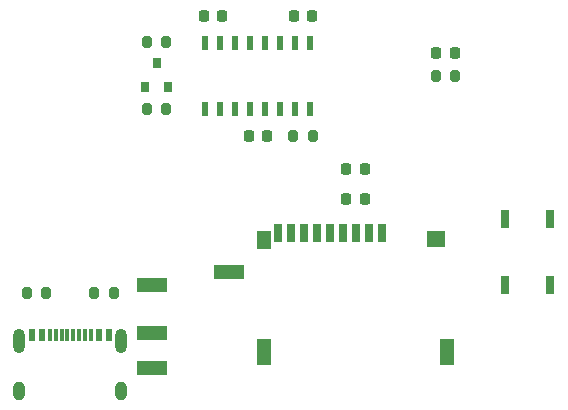
<source format=gtp>
%TF.GenerationSoftware,KiCad,Pcbnew,8.0.6*%
%TF.CreationDate,2024-11-21T20:47:18-07:00*%
%TF.ProjectId,SparkFun_Serial_MP3_Player_Shield_MY1690X,53706172-6b46-4756-9e5f-53657269616c,rev?*%
%TF.SameCoordinates,Original*%
%TF.FileFunction,Paste,Top*%
%TF.FilePolarity,Positive*%
%FSLAX46Y46*%
G04 Gerber Fmt 4.6, Leading zero omitted, Abs format (unit mm)*
G04 Created by KiCad (PCBNEW 8.0.6) date 2024-11-21 20:47:18*
%MOMM*%
%LPD*%
G01*
G04 APERTURE LIST*
G04 Aperture macros list*
%AMRoundRect*
0 Rectangle with rounded corners*
0 $1 Rounding radius*
0 $2 $3 $4 $5 $6 $7 $8 $9 X,Y pos of 4 corners*
0 Add a 4 corners polygon primitive as box body*
4,1,4,$2,$3,$4,$5,$6,$7,$8,$9,$2,$3,0*
0 Add four circle primitives for the rounded corners*
1,1,$1+$1,$2,$3*
1,1,$1+$1,$4,$5*
1,1,$1+$1,$6,$7*
1,1,$1+$1,$8,$9*
0 Add four rect primitives between the rounded corners*
20,1,$1+$1,$2,$3,$4,$5,0*
20,1,$1+$1,$4,$5,$6,$7,0*
20,1,$1+$1,$6,$7,$8,$9,0*
20,1,$1+$1,$8,$9,$2,$3,0*%
G04 Aperture macros list end*
%ADD10R,0.762000X1.524000*%
%ADD11RoundRect,0.225000X0.225000X0.250000X-0.225000X0.250000X-0.225000X-0.250000X0.225000X-0.250000X0*%
%ADD12RoundRect,0.200000X-0.200000X-0.275000X0.200000X-0.275000X0.200000X0.275000X-0.200000X0.275000X0*%
%ADD13R,0.600000X1.200000*%
%ADD14R,2.500000X1.200000*%
%ADD15RoundRect,0.200000X0.200000X0.275000X-0.200000X0.275000X-0.200000X-0.275000X0.200000X-0.275000X0*%
%ADD16R,0.800000X0.900000*%
%ADD17R,0.700000X1.600000*%
%ADD18R,1.200000X1.600000*%
%ADD19R,1.200000X2.200000*%
%ADD20R,1.600000X1.400000*%
%ADD21RoundRect,0.218750X-0.218750X-0.256250X0.218750X-0.256250X0.218750X0.256250X-0.218750X0.256250X0*%
%ADD22R,0.600000X1.000000*%
%ADD23O,1.000000X1.600000*%
%ADD24O,1.000000X2.100000*%
%ADD25R,0.300000X1.000000*%
%ADD26RoundRect,0.225000X-0.225000X-0.250000X0.225000X-0.250000X0.225000X0.250000X-0.225000X0.250000X0*%
G04 APERTURE END LIST*
D10*
%TO.C,SW1*%
X51435000Y15811500D03*
X51435000Y10223500D03*
X47625000Y15811500D03*
X47625000Y10223500D03*
%TD*%
D11*
%TO.C,C8*%
X27445000Y22860000D03*
X25895000Y22860000D03*
%TD*%
D12*
%TO.C,R1*%
X17272500Y25082500D03*
X18922500Y25082500D03*
%TD*%
D13*
%TO.C,U2*%
X22225000Y25140000D03*
X23495000Y25140000D03*
X24765000Y25140000D03*
X26035000Y25140000D03*
X27305000Y25140000D03*
X28575000Y25140000D03*
X29845000Y25140000D03*
X31115000Y25140000D03*
X31115000Y30740000D03*
X29845000Y30740000D03*
X28575000Y30740000D03*
X27305000Y30740000D03*
X26035000Y30740000D03*
X24765000Y30740000D03*
X23495000Y30740000D03*
X22225000Y30740000D03*
%TD*%
D11*
%TO.C,C7*%
X31255000Y33020000D03*
X29705000Y33020000D03*
%TD*%
D14*
%TO.C,J1*%
X17705000Y6180000D03*
X17705000Y3180000D03*
X24205000Y11280000D03*
X17705000Y10180000D03*
%TD*%
D15*
%TO.C,R2*%
X14477500Y9525000D03*
X12827500Y9525000D03*
%TD*%
D12*
%TO.C,R6*%
X29655000Y22860000D03*
X31305000Y22860000D03*
%TD*%
%TO.C,R9*%
X41720000Y27940000D03*
X43370000Y27940000D03*
%TD*%
D16*
%TO.C,Q1*%
X17147500Y26940000D03*
X19047500Y26940000D03*
X18097500Y29040000D03*
%TD*%
D17*
%TO.C,J6*%
X37175000Y14627500D03*
X36075000Y14627500D03*
X34975000Y14627500D03*
X33875000Y14627500D03*
X32775000Y14627500D03*
X31675000Y14627500D03*
X30575000Y14627500D03*
X29475000Y14627500D03*
X28375000Y14627500D03*
D18*
X27175000Y14027500D03*
D19*
X27175000Y4527500D03*
X42675000Y4527500D03*
D20*
X41775000Y14127500D03*
%TD*%
D15*
%TO.C,R4*%
X18922500Y30797500D03*
X17272500Y30797500D03*
%TD*%
D11*
%TO.C,C1*%
X23635000Y33020000D03*
X22085000Y33020000D03*
%TD*%
D21*
%TO.C,D4*%
X41757500Y29845000D03*
X43332500Y29845000D03*
%TD*%
D15*
%TO.C,R3*%
X8762500Y9525000D03*
X7112500Y9525000D03*
%TD*%
D22*
%TO.C,J4*%
X13245000Y6010000D03*
X8345000Y6010000D03*
D23*
X15113000Y1255000D03*
D24*
X15113000Y5435000D03*
X6477000Y5435000D03*
D23*
X6477000Y1255000D03*
D22*
X14020000Y6010000D03*
X7570000Y6010000D03*
D25*
X9045000Y6010000D03*
X10045000Y6010000D03*
X11545000Y6010000D03*
X12545000Y6010000D03*
X12045000Y6010000D03*
X11045000Y6010000D03*
X10545000Y6010000D03*
X9545000Y6010000D03*
%TD*%
D26*
%TO.C,C3*%
X34150000Y20002500D03*
X35700000Y20002500D03*
%TD*%
%TO.C,C2*%
X34150000Y17462500D03*
X35700000Y17462500D03*
%TD*%
M02*

</source>
